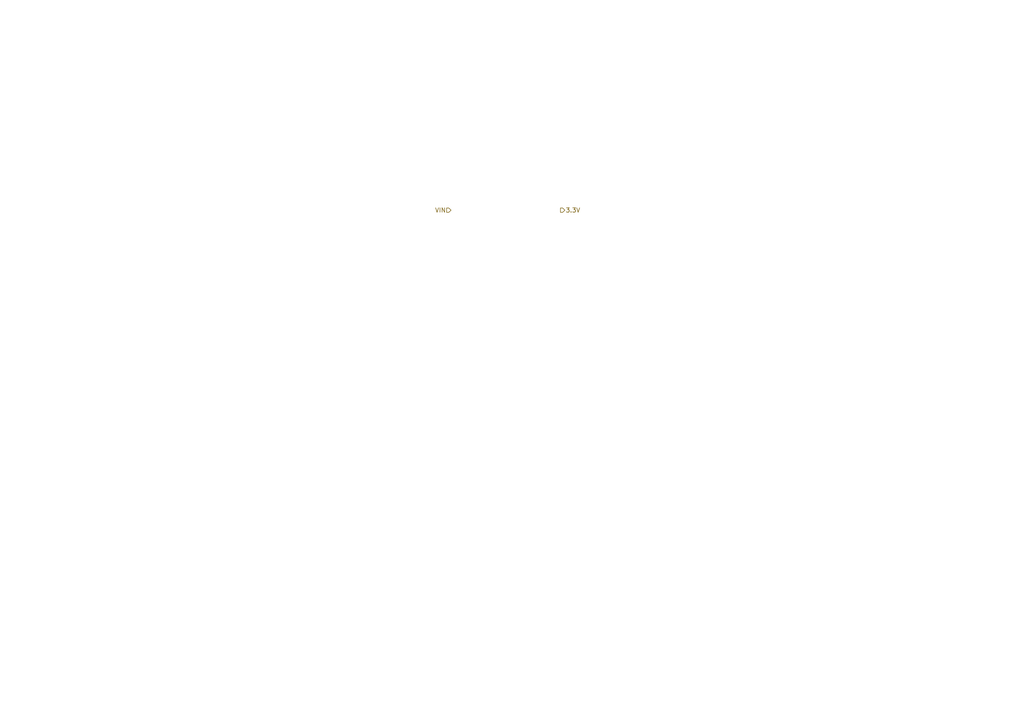
<source format=kicad_sch>
(kicad_sch
	(version 20231120)
	(generator "eeschema")
	(generator_version "8.0")
	(uuid "6aa8ff2e-dd0b-4dd7-8689-9b5ae7041e3b")
	(paper "A4")
	(lib_symbols)
	(hierarchical_label "VIN"
		(shape input)
		(at 130.81 60.96 180)
		(fields_autoplaced yes)
		(effects
			(font
				(size 1.27 1.27)
			)
			(justify right)
		)
		(uuid "55e3a251-91ec-4895-b35c-95349d360930")
	)
	(hierarchical_label "3.3V"
		(shape output)
		(at 162.56 60.96 0)
		(fields_autoplaced yes)
		(effects
			(font
				(size 1.27 1.27)
			)
			(justify left)
		)
		(uuid "69f76b02-bb88-40bf-923e-57d17f83d19a")
	)
)

</source>
